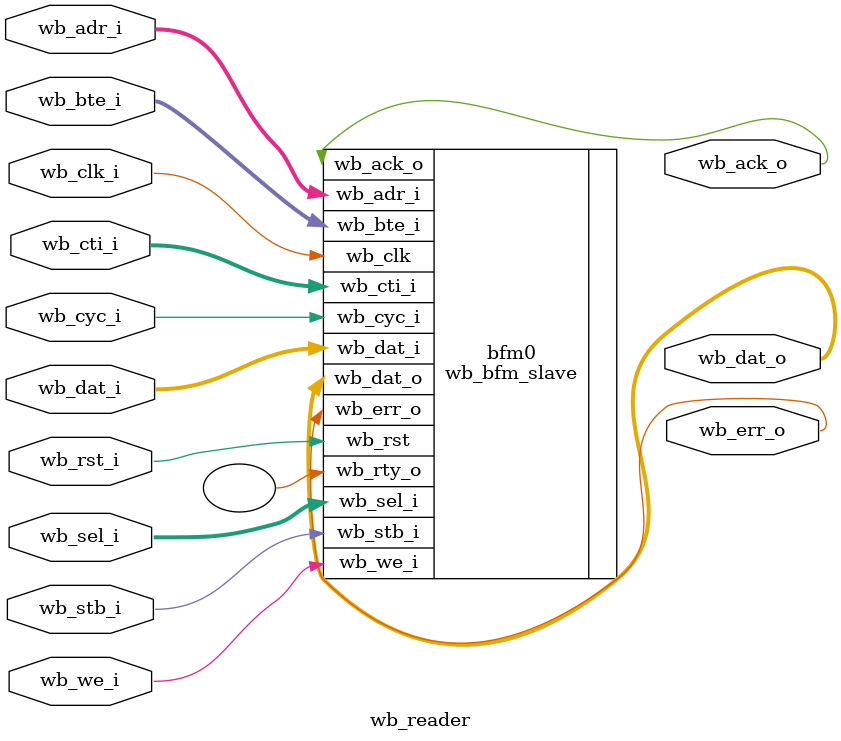
<source format=v>
`default_nettype none
module wb_reader
  #(parameter WB_AW = 32,
    parameter WB_DW = 32,
    parameter MAX_BURST_LEN = 0)
   (input wire               wb_clk_i,
    input wire               wb_rst_i,

    input wire [WB_AW-1:0]   wb_adr_i,
    input wire [WB_DW-1:0]   wb_dat_i,
    input wire [WB_DW/8-1:0] wb_sel_i,
    input wire               wb_we_i,
    input wire [1:0]         wb_bte_i,
    input wire [2:0]         wb_cti_i,
    input wire               wb_cyc_i,
    input wire               wb_stb_i,

    output wire              wb_ack_o,
    output wire              wb_err_o,
    output wire [WB_DW-1:0]  wb_dat_o);

   wb_bfm_slave
     #(.aw (WB_AW),
       .dw (WB_DW))
   bfm0
     (.wb_clk   (wb_clk_i),
      .wb_rst   (wb_rst_i),
      .wb_adr_i (wb_adr_i),
      .wb_dat_i (wb_dat_i),
      .wb_sel_i (wb_sel_i),
      .wb_we_i  (wb_we_i), 
      .wb_cyc_i (wb_cyc_i),
      .wb_stb_i (wb_stb_i),
      .wb_cti_i (wb_cti_i),
      .wb_bte_i (wb_bte_i),
      .wb_dat_o (wb_dat_o),
      .wb_ack_o (wb_ack_o),
      .wb_err_o (wb_err_o),
      .wb_rty_o ());
   
   task wb_read_burst;
      output [MAX_BURST_LEN*WB_AW-1:0] addr_o;
      output [MAX_BURST_LEN*WB_DW-1:0] data_o;
      output integer 	 length_o;

      reg [WB_AW-1:0] 	 addr;
      reg [WB_DW-1:0] 	 data;
      integer 		 idx;
      
      begin

	 bfm0.init();
	 
	 addr = wb_adr_i;
	 
	 if(bfm0.op !== WRITE)
	   $error("%m : Expected a wishbone write operation");
	 else if(bfm0.cycle_type !== BURST_CYCLE)
	   $error("%m : Expected a burst cycle");
	 else begin
	    idx = 0;
	    while(bfm0.has_next) begin
	       //FIXME: Check mask
	       bfm0.write_ack(data);
	       //$display("%d : Got new data %x", idx, data);
	       data_o[idx*WB_DW+:WB_DW] = data;
	       addr_o[idx*WB_DW+:WB_AW] = addr;
	       idx = idx + 1;
	       addr = bfm0.next_addr(addr, bfm0.burst_type);
	    end
	    length_o = idx;
	 end // else: !if(bfm0.cycle_type !== BURST_CYCLE)
      end
   endtask
   
endmodule

</source>
